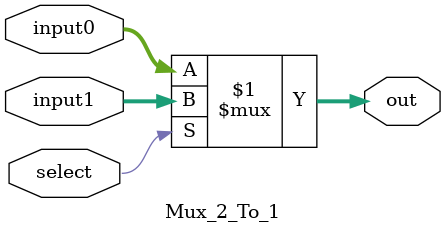
<source format=v>
`timescale 1ns / 1ps
module Mux_2_To_1(input1, input0, select, out);
	
	input  select;						// 1 bit
	input	 [15:0] input1, input0;	// 16 bit
	
	output [15:0] out;				// 16 bit
	
	assign out = (select) ? input1 : input0;
	
endmodule

</source>
